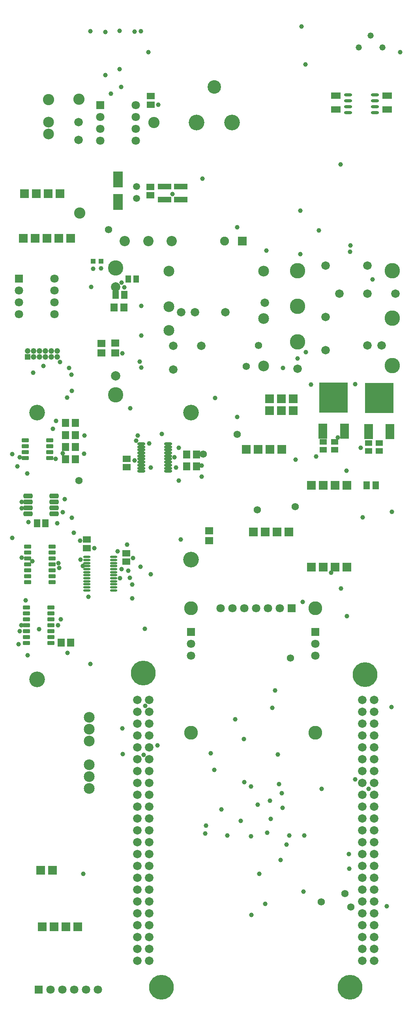
<source format=gbr>
G04 Layer_Color=8388736*
%FSLAX26Y26*%
%MOIN*%
%TF.FileFunction,Soldermask,Top*%
%TF.Part,Single*%
G01*
G75*
%TA.AperFunction,SMDPad,CuDef*%
%ADD24R,0.039370X0.039370*%
%ADD84R,0.057276X0.069087*%
%ADD87R,0.053339X0.067118*%
G04:AMPARAMS|DCode=89|XSize=37.591mil|YSize=76.961mil|CornerRadius=7.919mil|HoleSize=0mil|Usage=FLASHONLY|Rotation=90.000|XOffset=0mil|YOffset=0mil|HoleType=Round|Shape=RoundedRectangle|*
%AMROUNDEDRECTD89*
21,1,0.037591,0.061122,0,0,90.0*
21,1,0.021752,0.076961,0,0,90.0*
1,1,0.015839,0.030561,0.010876*
1,1,0.015839,0.030561,-0.010876*
1,1,0.015839,-0.030561,-0.010876*
1,1,0.015839,-0.030561,0.010876*
%
%ADD89ROUNDEDRECTD89*%
%ADD90R,0.071055X0.061213*%
%ADD91R,0.061213X0.071055*%
%ADD93R,0.069087X0.057276*%
%ADD95R,0.045465X0.063181*%
%ADD99R,0.114362X0.049402*%
%ADD104R,0.063181X0.045465*%
%ADD107R,0.074992X0.130110*%
%ADD108R,0.240346X0.256094*%
%TA.AperFunction,ComponentPad*%
%ADD114C,0.094677*%
%ADD115R,0.072000X0.072000*%
%ADD116C,0.090740*%
%ADD117C,0.071055*%
%ADD118R,0.071055X0.071055*%
%ADD119R,0.071055X0.071055*%
%TA.AperFunction,ViaPad*%
%ADD120C,0.117000*%
%ADD121C,0.132000*%
%ADD122C,0.208850*%
%TA.AperFunction,ComponentPad*%
%ADD123C,0.086803*%
%ADD124R,0.074992X0.074992*%
%ADD125C,0.074992*%
%TA.AperFunction,ViaPad*%
%ADD126C,0.072000*%
%TA.AperFunction,ComponentPad*%
%ADD127C,0.059244*%
%ADD128C,0.130110*%
%ADD129C,0.072000*%
%ADD130C,0.132000*%
%ADD131C,0.114000*%
%ADD132C,0.052000*%
%ADD133C,0.090740*%
%ADD134C,0.079000*%
%ADD135C,0.129000*%
%ADD136C,0.049000*%
%ADD137R,0.049000X0.049000*%
%TA.AperFunction,ViaPad*%
%ADD138C,0.062000*%
%ADD139C,0.039559*%
%TA.AperFunction,TestPad*%
%ADD140R,0.053339X0.067118*%
%TA.AperFunction,SMDPad,CuDef*%
G04:AMPARAMS|DCode=141|XSize=33.654mil|YSize=61.213mil|CornerRadius=7.949mil|HoleSize=0mil|Usage=FLASHONLY|Rotation=270.000|XOffset=0mil|YOffset=0mil|HoleType=Round|Shape=RoundedRectangle|*
%AMROUNDEDRECTD141*
21,1,0.033654,0.045315,0,0,270.0*
21,1,0.017756,0.061213,0,0,270.0*
1,1,0.015898,-0.022657,-0.008878*
1,1,0.015898,-0.022657,0.008878*
1,1,0.015898,0.022657,0.008878*
1,1,0.015898,0.022657,-0.008878*
%
%ADD141ROUNDEDRECTD141*%
%ADD142R,0.082866X0.057276*%
%ADD143R,0.082000X0.137000*%
%ADD144O,0.067118X0.025779*%
%ADD145O,0.061118X0.019779*%
%ADD146O,0.063118X0.021779*%
D24*
X800100Y6471930D02*
D03*
X733170Y6471930D02*
D03*
D84*
X258614Y4261814D02*
D03*
X329480Y4261814D02*
D03*
D87*
X996804Y6187008D02*
D03*
X3118848Y4580708D02*
D03*
X3044044Y4580708D02*
D03*
D89*
X404284Y4340156D02*
D03*
X404284Y4390156D02*
D03*
X404284Y4440156D02*
D03*
X404284Y4490156D02*
D03*
X181844Y4340156D02*
D03*
X181844Y4390156D02*
D03*
X181844Y4440156D02*
D03*
X181844Y4490156D02*
D03*
D90*
X1711372Y4198820D02*
D03*
X1711372Y4116142D02*
D03*
X801922Y5696850D02*
D03*
X801922Y5779526D02*
D03*
X919368Y5697662D02*
D03*
X919368Y5780340D02*
D03*
D91*
X544048Y3253938D02*
D03*
X461372Y3253938D02*
D03*
X1522984Y4843306D02*
D03*
X1605660Y4843306D02*
D03*
X1522986Y4743308D02*
D03*
X1605664Y4743308D02*
D03*
X583418Y5108268D02*
D03*
X500740Y5108268D02*
D03*
X583418Y5005906D02*
D03*
X500740Y5005906D02*
D03*
X583418Y4801182D02*
D03*
X500740Y4801182D02*
D03*
X583418Y4903544D02*
D03*
X500740Y4903544D02*
D03*
X910188Y6080708D02*
D03*
X992866Y6080708D02*
D03*
D93*
X679874Y4053148D02*
D03*
X679874Y4124014D02*
D03*
X1219246Y7864172D02*
D03*
X1219246Y7793306D02*
D03*
X1015368Y4735568D02*
D03*
X1015368Y4806434D02*
D03*
X1217278Y7027558D02*
D03*
X1217278Y7098424D02*
D03*
X1014518Y3938976D02*
D03*
X1014518Y4009842D02*
D03*
D95*
X1028168Y6322928D02*
D03*
X1095098Y6322928D02*
D03*
D99*
X1335384Y7102362D02*
D03*
X1335384Y6992126D02*
D03*
X1473182Y6992128D02*
D03*
X1473182Y7102364D02*
D03*
D104*
X2774362Y4881888D02*
D03*
X2774362Y4948818D02*
D03*
X2676370Y4881536D02*
D03*
X2676370Y4948466D02*
D03*
X3148378Y4872046D02*
D03*
X3148378Y4938976D02*
D03*
X3059796Y4872048D02*
D03*
X3059796Y4938978D02*
D03*
D107*
X3060236Y5036220D02*
D03*
X3240552Y5036220D02*
D03*
X2674362Y5037402D02*
D03*
X2854676Y5037402D02*
D03*
D108*
X3150394Y5319684D02*
D03*
X2764518Y5320866D02*
D03*
D114*
X619116Y6877000D02*
D03*
X1245000Y7641000D02*
D03*
X612000Y7837000D02*
D03*
X355000Y7836000D02*
D03*
D115*
X303300Y859252D02*
D03*
X403300Y859252D02*
D03*
X503300Y859252D02*
D03*
X603300Y859252D02*
D03*
X289702Y1336410D02*
D03*
X389702Y1336410D02*
D03*
X243064Y6665158D02*
D03*
X343064Y6665158D02*
D03*
X443064Y6665158D02*
D03*
X543064Y6665158D02*
D03*
X143064Y6665158D02*
D03*
X2877512Y3891732D02*
D03*
X2777512Y3891732D02*
D03*
X2677512Y3891732D02*
D03*
X2577512Y3891732D02*
D03*
X151528Y7041338D02*
D03*
X251528Y7041338D02*
D03*
X351528Y7041338D02*
D03*
X451528Y7041338D02*
D03*
X2877512Y4580708D02*
D03*
X2777512Y4580708D02*
D03*
X2677512Y4580708D02*
D03*
X2577512Y4580708D02*
D03*
X2326330Y4885826D02*
D03*
X2226330Y4885826D02*
D03*
X2126330Y4885826D02*
D03*
X2026330Y4885826D02*
D03*
X2385386Y4187008D02*
D03*
X2285386Y4187008D02*
D03*
X2185386Y4187008D02*
D03*
X2085386Y4187008D02*
D03*
X2223182Y5310630D02*
D03*
X2323182Y5310630D02*
D03*
X2423182Y5310630D02*
D03*
X2423182Y5210630D02*
D03*
X2323182Y5210630D02*
D03*
X2223182Y5210630D02*
D03*
D116*
X699700Y2626410D02*
D03*
X699700Y2526410D02*
D03*
X699700Y2426410D02*
D03*
X699700Y2026410D02*
D03*
X699700Y2126410D02*
D03*
X699700Y2226410D02*
D03*
X2173968Y5588190D02*
D03*
X2173968Y6388190D02*
D03*
X1373968Y5888190D02*
D03*
X1373968Y6088190D02*
D03*
X1373968Y6388190D02*
D03*
X356700Y7644094D02*
D03*
X356700Y7544094D02*
D03*
D117*
X1809700Y3546410D02*
D03*
X1909700Y3546410D02*
D03*
X2009700Y3546410D02*
D03*
X2109700Y3546410D02*
D03*
X2309700Y3546410D02*
D03*
X2209700Y3546410D02*
D03*
X1559700Y3246410D02*
D03*
X1559700Y3146410D02*
D03*
X2609700Y3246410D02*
D03*
X2609700Y3146410D02*
D03*
X374360Y328740D02*
D03*
X474360Y328740D02*
D03*
X574360Y328740D02*
D03*
X674360Y328740D02*
D03*
X774360Y328740D02*
D03*
X791686Y7687796D02*
D03*
X791686Y7587796D02*
D03*
X791686Y7487796D02*
D03*
X1091686Y7787796D02*
D03*
X1091686Y7687796D02*
D03*
X1091686Y7587796D02*
D03*
X1091686Y7487796D02*
D03*
X104680Y6224606D02*
D03*
X104680Y6124606D02*
D03*
X104680Y6024606D02*
D03*
X404680Y6324606D02*
D03*
X404680Y6224606D02*
D03*
X404680Y6124606D02*
D03*
X404680Y6024606D02*
D03*
D118*
X2409700Y3546410D02*
D03*
X274360Y328740D02*
D03*
X791686Y7787796D02*
D03*
X104680Y6324606D02*
D03*
D119*
X1559700Y3346410D02*
D03*
X2609700Y3346410D02*
D03*
D120*
X1559700Y3546410D02*
D03*
X2609700Y2496410D02*
D03*
X2609700Y3546410D02*
D03*
X1559700Y2496410D02*
D03*
D121*
X259700Y5196410D02*
D03*
X1559700Y5196410D02*
D03*
X259700Y2946410D02*
D03*
X1559700Y3956410D02*
D03*
D122*
X2902316Y348426D02*
D03*
X1308424Y348426D02*
D03*
X1155370Y2997000D02*
D03*
X3030268Y2986220D02*
D03*
D123*
X1397786Y6640158D02*
D03*
X1000936Y6640158D02*
D03*
X1199362Y6640158D02*
D03*
D124*
X1993062Y6640158D02*
D03*
D125*
X1844244Y6640158D02*
D03*
D126*
X1411094Y5559960D02*
D03*
X1411094Y5756812D02*
D03*
X1647314Y5756812D02*
D03*
X1593260Y6042402D02*
D03*
X1475150Y6042402D02*
D03*
X1849164Y6042402D02*
D03*
X2183810Y6121142D02*
D03*
X2695622Y6436102D02*
D03*
X3049952Y6436102D02*
D03*
X3286172Y6199882D02*
D03*
X3049952Y6199882D02*
D03*
X2813732Y6199882D02*
D03*
X2695622Y6003032D02*
D03*
X2459402Y5564960D02*
D03*
X2695622Y5722442D02*
D03*
X3049952Y5761812D02*
D03*
X3168064Y5761812D02*
D03*
D127*
X1099164Y7101180D02*
D03*
X1099164Y7001180D02*
D03*
D128*
X3259402Y6391732D02*
D03*
X3259402Y5991732D02*
D03*
X3259402Y5591732D02*
D03*
X2459402Y6391732D02*
D03*
X2459402Y5791732D02*
D03*
X2459402Y6091732D02*
D03*
D129*
X609008Y7494094D02*
D03*
X609008Y7643700D02*
D03*
X1105370Y2772000D02*
D03*
X3005370Y572000D02*
D03*
X3005370Y672000D02*
D03*
X3005370Y772000D02*
D03*
X3005370Y872000D02*
D03*
X3005370Y972000D02*
D03*
X3005370Y1072000D02*
D03*
X3005370Y1172000D02*
D03*
X3005370Y1272000D02*
D03*
X3005370Y1372000D02*
D03*
X3005370Y1472000D02*
D03*
X3005370Y1572000D02*
D03*
X3005370Y1672000D02*
D03*
X3005370Y1772000D02*
D03*
X3005370Y1872000D02*
D03*
X3005370Y1972000D02*
D03*
X3005370Y2072000D02*
D03*
X3005370Y2172000D02*
D03*
X3005370Y2272000D02*
D03*
X3005370Y2372000D02*
D03*
X3005370Y2472000D02*
D03*
X3005370Y2572000D02*
D03*
X3005370Y2672000D02*
D03*
X3105370Y572000D02*
D03*
X3105370Y672000D02*
D03*
X3105370Y772000D02*
D03*
X3105370Y872000D02*
D03*
X3105370Y972000D02*
D03*
X3105370Y1072000D02*
D03*
X3105370Y1172000D02*
D03*
X3105370Y1272000D02*
D03*
X3105370Y1372000D02*
D03*
X3105370Y1472000D02*
D03*
X3105370Y1572000D02*
D03*
X3105370Y1672000D02*
D03*
X3105370Y1772000D02*
D03*
X3105370Y1872000D02*
D03*
X3105370Y1972000D02*
D03*
X3105370Y2072000D02*
D03*
X3105370Y2172000D02*
D03*
X3105370Y2272000D02*
D03*
X3105370Y2372000D02*
D03*
X3105370Y2472000D02*
D03*
X3105370Y2572000D02*
D03*
X3105370Y2672000D02*
D03*
X3105370Y2772000D02*
D03*
X3005370Y2772000D02*
D03*
X1105370Y572000D02*
D03*
X1105370Y672000D02*
D03*
X1105370Y772000D02*
D03*
X1105370Y872000D02*
D03*
X1105370Y972000D02*
D03*
X1105370Y1072000D02*
D03*
X1105370Y1172000D02*
D03*
X1105370Y1272000D02*
D03*
X1105370Y1372000D02*
D03*
X1105370Y1472000D02*
D03*
X1105370Y1572000D02*
D03*
X1105370Y1672000D02*
D03*
X1105370Y1772000D02*
D03*
X1105370Y1872000D02*
D03*
X1105370Y1972000D02*
D03*
X1105370Y2072000D02*
D03*
X1105370Y2172000D02*
D03*
X1105370Y2272000D02*
D03*
X1105370Y2372000D02*
D03*
X1105370Y2472000D02*
D03*
X1105370Y2572000D02*
D03*
X1105370Y2672000D02*
D03*
X1205370Y572000D02*
D03*
X1205370Y672000D02*
D03*
X1205370Y772000D02*
D03*
X1205370Y872000D02*
D03*
X1205370Y972000D02*
D03*
X1205370Y1072000D02*
D03*
X1205370Y1172000D02*
D03*
X1205370Y1272000D02*
D03*
X1205370Y1372000D02*
D03*
X1205370Y1472000D02*
D03*
X1205370Y1572000D02*
D03*
X1205370Y1672000D02*
D03*
X1205370Y1772000D02*
D03*
X1205370Y1872000D02*
D03*
X1205370Y1972000D02*
D03*
X1205370Y2072000D02*
D03*
X1205370Y2172000D02*
D03*
X1205370Y2272000D02*
D03*
X1205370Y2372000D02*
D03*
X1205370Y2472000D02*
D03*
X1205370Y2572000D02*
D03*
X1205370Y2672000D02*
D03*
X1205370Y2772000D02*
D03*
D130*
X1606000Y7640000D02*
D03*
X1906000Y7640000D02*
D03*
D131*
X1756000Y7940000D02*
D03*
D132*
X2974700Y8276410D02*
D03*
X3174700Y8276410D02*
D03*
X3074700Y8376410D02*
D03*
D133*
X2173968Y5988190D02*
D03*
D134*
X922368Y5505622D02*
D03*
X923968Y6254222D02*
D03*
D135*
X923968Y6416122D02*
D03*
X923968Y5343722D02*
D03*
D136*
X380622Y5664568D02*
D03*
X230622Y5664568D02*
D03*
X280622Y5664568D02*
D03*
X330622Y5664568D02*
D03*
X430622Y5664568D02*
D03*
X180622Y5714568D02*
D03*
X230622Y5714568D02*
D03*
X280622Y5714568D02*
D03*
X330622Y5714568D02*
D03*
X380622Y5714568D02*
D03*
X430622Y5714568D02*
D03*
D137*
X180622Y5664568D02*
D03*
D138*
X2909116Y1024236D02*
D03*
X2859116Y1137000D02*
D03*
X2659116Y1067000D02*
D03*
X2399700Y3126410D02*
D03*
X2119700Y4376410D02*
D03*
X2439700Y4401700D02*
D03*
X862370Y6739000D02*
D03*
X2130370Y5761000D02*
D03*
X2027370Y5585000D02*
D03*
X1661370Y4845000D02*
D03*
X1949370Y5011000D02*
D03*
X613370Y4620000D02*
D03*
D139*
X2742000Y3845000D02*
D03*
X3212000Y1032000D02*
D03*
X3059116Y2022000D02*
D03*
X2945958Y2100528D02*
D03*
X1275148Y2388000D02*
D03*
X1174116Y2722000D02*
D03*
X2526000Y8133000D02*
D03*
X954700Y8090700D02*
D03*
X834700Y8040700D02*
D03*
X710000Y8411000D02*
D03*
X1200000Y8236000D02*
D03*
X1082028Y8408720D02*
D03*
X1283694Y7793306D02*
D03*
X834700Y8406410D02*
D03*
X954700Y8416410D02*
D03*
X709000Y3074000D02*
D03*
X980000Y2532000D02*
D03*
X2326000Y1985000D02*
D03*
X1981000Y1751000D02*
D03*
X649700Y1306410D02*
D03*
X2005370Y2442000D02*
D03*
X1125000Y5626000D02*
D03*
X2122064Y1888772D02*
D03*
X1817064Y1848772D02*
D03*
X2504582Y3598772D02*
D03*
X1455370Y4622000D02*
D03*
X428602Y4263000D02*
D03*
X623370Y4114000D02*
D03*
X626370Y3956000D02*
D03*
X2389370Y1628000D02*
D03*
X2515370Y1629000D02*
D03*
X476620Y4355000D02*
D03*
X2638370Y6731000D02*
D03*
X2482370Y6897000D02*
D03*
X1207370Y4936000D02*
D03*
X392370Y5058000D02*
D03*
X419370Y5126000D02*
D03*
X1656000Y7168000D02*
D03*
X1096370Y4957000D02*
D03*
X1084370Y4790000D02*
D03*
X1219370Y3830000D02*
D03*
X1649370Y4747000D02*
D03*
X656370Y4847000D02*
D03*
X1950370Y5157000D02*
D03*
X2367370Y1553000D02*
D03*
X1220370Y4731000D02*
D03*
X477370Y4851000D02*
D03*
X112944Y3352362D02*
D03*
X94370Y4742000D02*
D03*
X129370Y3970000D02*
D03*
X2232370Y1769000D02*
D03*
X179000Y3148000D02*
D03*
X1044000Y3800000D02*
D03*
X2010000Y2079000D02*
D03*
X2663158Y2021158D02*
D03*
X2293000Y2312000D02*
D03*
X514000Y5321008D02*
D03*
X996804Y6253000D02*
D03*
X1139000Y5574000D02*
D03*
X2874000Y4706000D02*
D03*
X530000Y5570000D02*
D03*
X983000Y2316654D02*
D03*
X548280Y5514440D02*
D03*
X114000Y4816930D02*
D03*
X177000Y4683000D02*
D03*
X3010000Y4313000D02*
D03*
X2067000Y2043000D02*
D03*
X2202000Y1651322D02*
D03*
X2904000Y6552000D02*
D03*
X453000Y5621000D02*
D03*
X219000Y3941748D02*
D03*
X968000Y7942914D02*
D03*
X2617000Y4824000D02*
D03*
X2459402Y5652000D02*
D03*
X417000Y4804000D02*
D03*
X972000Y6292000D02*
D03*
X1169000Y3371000D02*
D03*
X1109370Y5003000D02*
D03*
X104000Y3242000D02*
D03*
X1949000Y6757000D02*
D03*
X2896000Y1347000D02*
D03*
X2894346Y1471654D02*
D03*
X1063456Y3627000D02*
D03*
X2875000Y3479000D02*
D03*
X517000Y3168000D02*
D03*
X1404000Y7039598D02*
D03*
X3325000Y8236000D02*
D03*
X3257000Y4358268D02*
D03*
X2574370Y5433000D02*
D03*
X2336370Y5573000D02*
D03*
X2945370Y5434000D02*
D03*
X2315702Y1421258D02*
D03*
X2137000Y1305000D02*
D03*
X646370Y3901000D02*
D03*
X164126Y3612204D02*
D03*
X1756644Y2181000D02*
D03*
X1160000Y2307000D02*
D03*
X882000Y7884000D02*
D03*
X940370Y4026000D02*
D03*
X1018370Y4080000D02*
D03*
X1474000Y4126000D02*
D03*
X569048Y4182404D02*
D03*
X1679874Y1645670D02*
D03*
X1866370Y1627000D02*
D03*
X2333418Y1862204D02*
D03*
X437370Y3400000D02*
D03*
X186370Y4271000D02*
D03*
X958418Y3798228D02*
D03*
X2301922Y2062992D02*
D03*
X2067370Y1622000D02*
D03*
X2070000Y958662D02*
D03*
X3092000Y6318000D02*
D03*
X2821606Y7287402D02*
D03*
X2907370Y6604000D02*
D03*
X2443654Y4799212D02*
D03*
X1764000Y5319000D02*
D03*
X2491882Y8450196D02*
D03*
X313370Y5589000D02*
D03*
X125370Y3402000D02*
D03*
X275370Y3367000D02*
D03*
X491370Y4465000D02*
D03*
X438370Y3926000D02*
D03*
X1131370Y3896000D02*
D03*
X742370Y4053000D02*
D03*
X1687748Y1712598D02*
D03*
X1932370Y2607000D02*
D03*
X1061764Y3744094D02*
D03*
X2185418Y1052000D02*
D03*
X2508024Y1156024D02*
D03*
X1140504Y6096456D02*
D03*
X715308Y6253938D02*
D03*
X2992184Y4897888D02*
D03*
X660190Y5001968D02*
D03*
X2269000Y2852000D02*
D03*
X1455464Y4899606D02*
D03*
X2529000Y5704212D02*
D03*
X1651000Y4655000D02*
D03*
X1431842Y4730316D02*
D03*
X1045000Y5231000D02*
D03*
X128692Y4389764D02*
D03*
X2798000Y4985000D02*
D03*
X2245000Y2706000D02*
D03*
X3254000Y2712000D02*
D03*
X1314000Y5014000D02*
D03*
X692000Y3641000D02*
D03*
X2826370Y3711000D02*
D03*
X2226000Y1922000D02*
D03*
X128692Y4440944D02*
D03*
X973000Y3875000D02*
D03*
X1071000Y3967000D02*
D03*
X1030268Y3862204D02*
D03*
X49000Y4138000D02*
D03*
X1726000Y2322000D02*
D03*
X49000Y4844000D02*
D03*
X446000Y3885000D02*
D03*
X460000Y3450788D02*
D03*
X554500Y5378500D02*
D03*
X2483000Y6531000D02*
D03*
X2195370Y6562000D02*
D03*
X978634Y5693930D02*
D03*
X1418634Y4818930D02*
D03*
X553634Y4308930D02*
D03*
X1135700Y8411410D02*
D03*
X1139000Y5845000D02*
D03*
X800634Y6412930D02*
D03*
X731634Y6407930D02*
D03*
X225622Y5530568D02*
D03*
D140*
X922000Y6187008D02*
D03*
D141*
X179088Y4065748D02*
D03*
X179088Y4015748D02*
D03*
X179088Y3965748D02*
D03*
X179088Y3915748D02*
D03*
X179088Y3865748D02*
D03*
X179088Y3815748D02*
D03*
X179088Y3765748D02*
D03*
X385780Y4065748D02*
D03*
X385780Y4015748D02*
D03*
X385780Y3965748D02*
D03*
X385780Y3915748D02*
D03*
X385780Y3865748D02*
D03*
X385780Y3815748D02*
D03*
X385780Y3765748D02*
D03*
X365898Y4812796D02*
D03*
X365898Y4862796D02*
D03*
X365898Y4912796D02*
D03*
X365898Y4962796D02*
D03*
X159204Y4812796D02*
D03*
X159204Y4862796D02*
D03*
X159204Y4912796D02*
D03*
X159204Y4962796D02*
D03*
X377708Y3250788D02*
D03*
X377708Y3300788D02*
D03*
X377708Y3350788D02*
D03*
X377708Y3400788D02*
D03*
X377708Y3450788D02*
D03*
X377708Y3500788D02*
D03*
X377708Y3550788D02*
D03*
X171016Y3250788D02*
D03*
X171016Y3300788D02*
D03*
X171016Y3350788D02*
D03*
X171016Y3400788D02*
D03*
X171016Y3450788D02*
D03*
X171016Y3500788D02*
D03*
X171016Y3550788D02*
D03*
D142*
X3217276Y7868110D02*
D03*
X3217276Y7749998D02*
D03*
X2784204Y7750000D02*
D03*
X2784204Y7868110D02*
D03*
D143*
X941686Y7161930D02*
D03*
X941686Y6971930D02*
D03*
D144*
X1366882Y4700984D02*
D03*
X1366882Y4726574D02*
D03*
X1366882Y4752166D02*
D03*
X1366882Y4777756D02*
D03*
X1366882Y4803346D02*
D03*
X1366882Y4828938D02*
D03*
X1366882Y4854528D02*
D03*
X1366882Y4880118D02*
D03*
X1366882Y4905708D02*
D03*
X1366882Y4931300D02*
D03*
X1140504Y4700984D02*
D03*
X1140504Y4726574D02*
D03*
X1140504Y4752166D02*
D03*
X1140504Y4777756D02*
D03*
X1140504Y4803346D02*
D03*
X1140504Y4828938D02*
D03*
X1140504Y4854528D02*
D03*
X1140504Y4880118D02*
D03*
X1140504Y4905708D02*
D03*
X1140504Y4931300D02*
D03*
X2886812Y7875000D02*
D03*
X2886812Y7825000D02*
D03*
X2886812Y7775000D02*
D03*
X2886812Y7725000D02*
D03*
X3113190Y7875000D02*
D03*
X3113190Y7825000D02*
D03*
X3113190Y7775000D02*
D03*
X3113190Y7725000D02*
D03*
D145*
X907236Y3695866D02*
D03*
X907236Y3721456D02*
D03*
X907236Y3747048D02*
D03*
X907236Y3772638D02*
D03*
X907236Y3798228D02*
D03*
X907236Y3823818D02*
D03*
X907236Y3849410D02*
D03*
X907236Y3875000D02*
D03*
X907236Y3926182D02*
D03*
X907236Y3951772D02*
D03*
X907236Y3977362D02*
D03*
X680858Y3695866D02*
D03*
X680858Y3721456D02*
D03*
X680858Y3747048D02*
D03*
X680858Y3772638D02*
D03*
X680858Y3798228D02*
D03*
X680858Y3823818D02*
D03*
X680858Y3849410D02*
D03*
X680858Y3875000D02*
D03*
X680858Y3900590D02*
D03*
X680858Y3926182D02*
D03*
X680858Y3951772D02*
D03*
X680858Y3977362D02*
D03*
D146*
X907236Y3900590D02*
D03*
%TF.MD5,6164051ee6bdb0efaf2ee7514468ab7a*%
M02*

</source>
